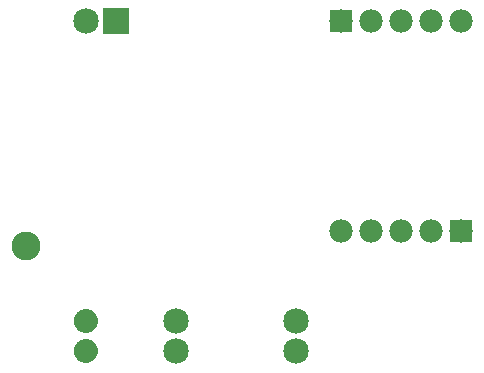
<source format=gbs>
G04 MADE WITH FRITZING*
G04 WWW.FRITZING.ORG*
G04 DOUBLE SIDED*
G04 HOLES PLATED*
G04 CONTOUR ON CENTER OF CONTOUR VECTOR*
%ASAXBY*%
%FSLAX23Y23*%
%MOIN*%
%OFA0B0*%
%SFA1.0B1.0*%
%ADD10C,0.077559*%
%ADD11C,0.085000*%
%ADD12C,0.096614*%
%ADD13R,0.077559X0.077559*%
%ADD14R,0.085000X0.085000*%
%ADD15R,0.001000X0.001000*%
%LNMASK0*%
G90*
G70*
G54D10*
X1572Y572D03*
X1472Y572D03*
X1372Y572D03*
X1272Y572D03*
X1172Y572D03*
X1172Y1272D03*
X1272Y1272D03*
X1372Y1272D03*
X1472Y1272D03*
X1572Y1272D03*
G54D11*
X622Y172D03*
X1022Y172D03*
X622Y272D03*
X1022Y272D03*
X422Y1272D03*
X322Y1272D03*
G54D12*
X122Y522D03*
G54D13*
X1572Y572D03*
X1172Y1272D03*
G54D14*
X422Y1272D03*
G54D15*
X317Y313D02*
X326Y313D01*
X312Y312D02*
X331Y312D01*
X309Y311D02*
X334Y311D01*
X306Y310D02*
X337Y310D01*
X304Y309D02*
X339Y309D01*
X302Y308D02*
X341Y308D01*
X301Y307D02*
X343Y307D01*
X299Y306D02*
X344Y306D01*
X298Y305D02*
X345Y305D01*
X296Y304D02*
X347Y304D01*
X295Y303D02*
X348Y303D01*
X294Y302D02*
X349Y302D01*
X293Y301D02*
X350Y301D01*
X292Y300D02*
X351Y300D01*
X291Y299D02*
X352Y299D01*
X291Y298D02*
X352Y298D01*
X290Y297D02*
X353Y297D01*
X289Y296D02*
X354Y296D01*
X289Y295D02*
X355Y295D01*
X288Y294D02*
X355Y294D01*
X287Y293D02*
X356Y293D01*
X287Y292D02*
X356Y292D01*
X286Y291D02*
X357Y291D01*
X286Y290D02*
X357Y290D01*
X285Y289D02*
X358Y289D01*
X285Y288D02*
X358Y288D01*
X285Y287D02*
X359Y287D01*
X284Y286D02*
X359Y286D01*
X284Y285D02*
X359Y285D01*
X284Y284D02*
X359Y284D01*
X283Y283D02*
X360Y283D01*
X283Y282D02*
X360Y282D01*
X283Y281D02*
X360Y281D01*
X283Y280D02*
X360Y280D01*
X283Y279D02*
X361Y279D01*
X282Y278D02*
X361Y278D01*
X282Y277D02*
X361Y277D01*
X282Y276D02*
X361Y276D01*
X282Y275D02*
X361Y275D01*
X282Y274D02*
X361Y274D01*
X282Y273D02*
X361Y273D01*
X282Y272D02*
X361Y272D01*
X282Y271D02*
X361Y271D01*
X282Y270D02*
X361Y270D01*
X282Y269D02*
X361Y269D01*
X283Y268D02*
X361Y268D01*
X283Y267D02*
X360Y267D01*
X283Y266D02*
X360Y266D01*
X283Y265D02*
X360Y265D01*
X283Y264D02*
X360Y264D01*
X284Y263D02*
X360Y263D01*
X284Y262D02*
X359Y262D01*
X284Y261D02*
X359Y261D01*
X284Y260D02*
X359Y260D01*
X285Y259D02*
X358Y259D01*
X285Y258D02*
X358Y258D01*
X286Y257D02*
X357Y257D01*
X286Y256D02*
X357Y256D01*
X287Y255D02*
X357Y255D01*
X287Y254D02*
X356Y254D01*
X288Y253D02*
X355Y253D01*
X288Y252D02*
X355Y252D01*
X289Y251D02*
X354Y251D01*
X290Y250D02*
X353Y250D01*
X290Y249D02*
X353Y249D01*
X291Y248D02*
X352Y248D01*
X292Y247D02*
X351Y247D01*
X293Y246D02*
X350Y246D01*
X294Y245D02*
X349Y245D01*
X295Y244D02*
X348Y244D01*
X296Y243D02*
X347Y243D01*
X297Y242D02*
X346Y242D01*
X299Y241D02*
X344Y241D01*
X300Y240D02*
X343Y240D01*
X302Y239D02*
X341Y239D01*
X304Y238D02*
X340Y238D01*
X306Y237D02*
X338Y237D01*
X308Y236D02*
X335Y236D01*
X311Y235D02*
X332Y235D01*
X316Y234D02*
X327Y234D01*
X317Y213D02*
X326Y213D01*
X312Y212D02*
X331Y212D01*
X309Y211D02*
X335Y211D01*
X306Y210D02*
X337Y210D01*
X304Y209D02*
X339Y209D01*
X302Y208D02*
X341Y208D01*
X301Y207D02*
X343Y207D01*
X299Y206D02*
X344Y206D01*
X298Y205D02*
X345Y205D01*
X296Y204D02*
X347Y204D01*
X295Y203D02*
X348Y203D01*
X294Y202D02*
X349Y202D01*
X293Y201D02*
X350Y201D01*
X292Y200D02*
X351Y200D01*
X291Y199D02*
X352Y199D01*
X291Y198D02*
X352Y198D01*
X290Y197D02*
X353Y197D01*
X289Y196D02*
X354Y196D01*
X288Y195D02*
X355Y195D01*
X288Y194D02*
X355Y194D01*
X287Y193D02*
X356Y193D01*
X287Y192D02*
X356Y192D01*
X286Y191D02*
X357Y191D01*
X286Y190D02*
X357Y190D01*
X285Y189D02*
X358Y189D01*
X285Y188D02*
X358Y188D01*
X285Y187D02*
X359Y187D01*
X284Y186D02*
X359Y186D01*
X284Y185D02*
X359Y185D01*
X284Y184D02*
X360Y184D01*
X283Y183D02*
X360Y183D01*
X283Y182D02*
X360Y182D01*
X283Y181D02*
X360Y181D01*
X283Y180D02*
X360Y180D01*
X283Y179D02*
X361Y179D01*
X282Y178D02*
X361Y178D01*
X282Y177D02*
X361Y177D01*
X282Y176D02*
X361Y176D01*
X282Y175D02*
X361Y175D01*
X282Y174D02*
X361Y174D01*
X282Y173D02*
X361Y173D01*
X282Y172D02*
X361Y172D01*
X282Y171D02*
X361Y171D01*
X282Y170D02*
X361Y170D01*
X282Y169D02*
X361Y169D01*
X283Y168D02*
X361Y168D01*
X283Y167D02*
X360Y167D01*
X283Y166D02*
X360Y166D01*
X283Y165D02*
X360Y165D01*
X283Y164D02*
X360Y164D01*
X284Y163D02*
X360Y163D01*
X284Y162D02*
X359Y162D01*
X284Y161D02*
X359Y161D01*
X284Y160D02*
X359Y160D01*
X285Y159D02*
X358Y159D01*
X285Y158D02*
X358Y158D01*
X286Y157D02*
X357Y157D01*
X286Y156D02*
X357Y156D01*
X287Y155D02*
X356Y155D01*
X287Y154D02*
X356Y154D01*
X288Y153D02*
X355Y153D01*
X288Y152D02*
X355Y152D01*
X289Y151D02*
X354Y151D01*
X290Y150D02*
X353Y150D01*
X291Y149D02*
X353Y149D01*
X291Y148D02*
X352Y148D01*
X292Y147D02*
X351Y147D01*
X293Y146D02*
X350Y146D01*
X294Y145D02*
X349Y145D01*
X295Y144D02*
X348Y144D01*
X296Y143D02*
X347Y143D01*
X297Y142D02*
X346Y142D01*
X299Y141D02*
X344Y141D01*
X300Y140D02*
X343Y140D01*
X302Y139D02*
X341Y139D01*
X304Y138D02*
X339Y138D01*
X306Y137D02*
X337Y137D01*
X308Y136D02*
X335Y136D01*
X311Y135D02*
X332Y135D01*
X316Y134D02*
X327Y134D01*
D02*
G04 End of Mask0*
M02*
</source>
